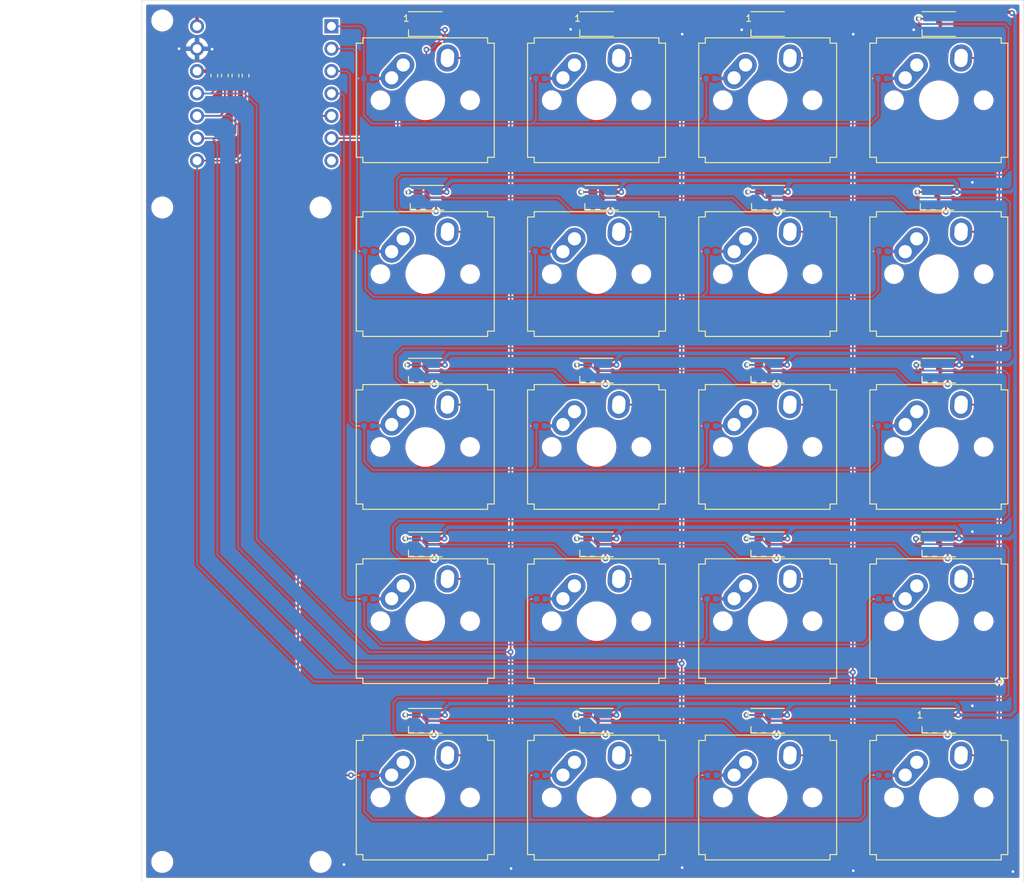
<source format=kicad_pcb>
(kicad_pcb (version 20240108) (generator "pcbnew") (generator_version "8.0")
  (layers (0 "F.Cu" signal) (31 "B.Cu" signal) (34 "B.Paste" user) (35 "F.Paste" user) (36 "B.SilkS" user "B.Silkscreen") (37 "F.SilkS" user "F.Silkscreen") (38 "B.Mask" user) (39 "F.Mask" user) (44 "Edge.Cuts" user))
  (net 0 "")
  (net 1 "+5V")
  (net 2 "GND")
  (net 3 "/LED")
  (net 4 "/Keyboard Matrix/Loop_{1}")
  (net 5 "/Keyboard Matrix/Loop_{2}")
  (net 6 "/Keyboard Matrix/Loop_{3}")
  (net 7 "/Keyboard Matrix/Loop_{4}")
  (net 8 "Net-(D26-DOUT)")
  (net 9 "Net-(D27-DOUT)")
  (net 10 "Net-(D28-DOUT)")
  (net 11 "Net-(D29-DOUT)")
  (net 12 "Net-(D30-DOUT)")
  (net 14 "Net-(D1-A)")
  (net 15 "/D_{10}")
  (net 16 "Net-(D2-A)")
  (net 17 "Net-(D3-A)")
  (net 18 "Net-(D4-A)")
  (net 19 "Net-(D5-A)")
  (net 20 "/D_{9}")
  (net 21 "Net-(D11-A)")
  (net 22 "/D_{8}")
  (net 23 "Net-(D12-A)")
  (net 24 "Net-(D13-A)")
  (net 25 "Net-(D14-A)")
  (net 26 "Net-(D15-A)")
  (net 27 "/D_{7}")
  (net 28 "/D_{2}")
  (net 29 "/D_{1}")
  (net 30 "/D_{0}")
  (net 31 "/D_{4}")
  (net 33 "/D_{3}")
  (net 34 "Net-(D16-DIN)")
  (net 35 "Net-(D17-DIN)")
  (net 36 "Net-(D18-DIN)")
  (net 37 "Net-(D19-DIN)")
  (net 38 "Net-(D10-DOUT)")
  (net 39 "Net-(D16-DOUT)")
  (net 40 "Net-(D17-DOUT)")
  (net 41 "Net-(D18-DOUT)")
  (net 42 "Net-(D19-DOUT)")
  (net 43 "Net-(D20-DOUT)")
  (net 44 "Net-(D21-A)")
  (net 45 "Net-(D22-A)")
  (net 46 "Net-(D23-A)")
  (net 47 "Net-(D24-A)")
  (net 48 "Net-(D25-A)")
  (net 49 "Net-(D31-A)")
  (net 50 "Net-(D32-A)")
  (net 51 "Net-(D33-A)")
  (net 52 "Net-(D34-A)")
  (net 53 "Net-(D35-A)")
  (net 54 "+3.3V")
  (footprint "Resistor_SMD:R_0402_1005Metric" (layer "F.Cu") (at 116.1 67.35 -90)
    (property "Reference" "R3" (hide yes))
    (property "Value" "10k" (hide yes))
  )
  (footprint "LED_SMD:LED_SK6805_PLCC4_2.4x2.7mm_P1.3mm" (layer "F.Cu") (at 137.62 61.5)
    (property "Reference" "D6" (hide yes))
    (property "Value" "SK6805")
  )
  (footprint "PCM_Switch_Keyboard_Hybrid:SW_Hybrid_Cherry_MX_Alps_1.00u" (layer "F.Cu") (at 137.62 70.14)
    (property "Reference" "SW1" (hide yes))
    (property "Value" "SW_SPST")
  )
  (footprint "LED_SMD:LED_SK6805_PLCC4_2.4x2.7mm_P1.3mm" (layer "F.Cu") (at 195.85 100.8)
    (property "Reference" "D38" (hide yes))
    (property "Value" "SK6805")
  )
  (footprint "LED_SMD:LED_SK6805_PLCC4_2.4x2.7mm_P1.3mm" (layer "F.Cu") (at 195.65 81.2)
    (property "Reference" "D37" (hide yes))
    (property "Value" "SK6805")
  )
  (footprint "Resistor_SMD:R_0402_1005Metric" (layer "F.Cu") (at 114.9 67.35 -90)
    (property "Reference" "R2" (hide yes))
    (property "Value" "10k" (hide yes))
  )
  (footprint "PCM_Switch_Keyboard_Hybrid:SW_Hybrid_Cherry_MX_Alps_1.00u" (layer "F.Cu") (at 176.446 89.85)
    (property "Reference" "SW12" (hide yes))
    (property "Value" "SW_SPST")
  )
  (footprint "PCM_Switch_Keyboard_Hybrid:SW_Hybrid_Cherry_MX_Alps_1.00u" (layer "F.Cu") (at 137.62 89.85)
    (property "Reference" "SW2" (hide yes))
    (property "Value" "SW_SPST")
  )
  (footprint "LED_SMD:LED_SK6805_PLCC4_2.4x2.7mm_P1.3mm" (layer "F.Cu") (at 137.62 100.8)
    (property "Reference" "D8" (hide yes))
    (property "Value" "SK6805")
  )
  (footprint "PCM_Switch_Keyboard_Hybrid:SW_Hybrid_Cherry_MX_Alps_1.00u" (layer "F.Cu") (at 176.446 149.2)
    (property "Reference" "SW15" (hide yes))
    (property "Value" "SW_SPST")
  )
  (footprint "PCM_Switch_Keyboard_Hybrid:SW_Hybrid_Cherry_MX_Alps_1.00u" (layer "F.Cu") (at 195.85 129.2)
    (property "Reference" "SW19" (hide yes))
    (property "Value" "SW_SPST")
  )
  (footprint "LED_SMD:LED_SK6805_PLCC4_2.4x2.7mm_P1.3mm" (layer "F.Cu") (at 157.62 81.2)
    (property "Reference" "D17" (hide yes))
    (property "Value" "SK6805")
  )
  (footprint "LED_SMD:LED_SK6805_PLCC4_2.4x2.7mm_P1.3mm" (layer "F.Cu") (at 137.82 81.2)
    (property "Reference" "D7" (hide yes))
    (property "Value" "SK6805")
  )
  (footprint "PCM_Switch_Keyboard_Hybrid:SW_Hybrid_Cherry_MX_Alps_1.00u" (layer "F.Cu") (at 157.042 70.14)
    (property "Reference" "SW6" (hide yes))
    (property "Value" "SW_SPST")
  )
  (footprint "MountingHole:MountingHole_2mm" (layer "F.Cu") (at 107.8 82.3)
    (property "Reference" "H4" (hide yes))
    (property "Value" "Case Mounting Hole")
  )
  (footprint "LED_SMD:LED_SK6805_PLCC4_2.4x2.7mm_P1.3mm" (layer "F.Cu") (at 176.446 140.5)
    (property "Reference" "D30" (hide yes))
    (property "Value" "SK6805")
  )
  (footprint "PCM_Switch_Keyboard_Hybrid:SW_Hybrid_Cherry_MX_Alps_1.00u" (layer "F.Cu") (at 137.62 129.2)
    (property "Reference" "SW4" (hide yes))
    (property "Value" "SW_SPST")
  )
  (footprint "PCM_Switch_Keyboard_Hybrid:SW_Hybrid_Cherry_MX_Alps_1.00u" (layer "F.Cu") (at 157.042 129.2)
    (property "Reference" "SW9" (hide yes))
    (property "Value" "SW_SPST")
  )
  (footprint "PCM_Switch_Keyboard_Hybrid:SW_Hybrid_Cherry_MX_Alps_1.00u" (layer "F.Cu") (at 137.62 149.2)
    (property "Reference" "SW5" (hide yes))
    (property "Value" "SW_SPST")
  )
  (footprint "PCM_Switch_Keyboard_Hybrid:SW_Hybrid_Cherry_MX_Alps_1.00u" (layer "F.Cu") (at 157.042 149.2)
    (property "Reference" "SW10" (hide yes))
    (property "Value" "SW_SPST")
  )
  (footprint "LED_SMD:LED_SK6805_PLCC4_2.4x2.7mm_P1.3mm" (layer "F.Cu") (at 137.62 140.5)
    (property "Reference" "D10" (hide yes))
    (property "Value" "SK6805")
  )
  (footprint "PCM_Switch_Keyboard_Hybrid:SW_Hybrid_Cherry_MX_Alps_1.00u" (layer "F.Cu") (at 176.446 109.45)
    (property "Reference" "SW13" (hide yes))
    (property "Value" "SW_SPST")
  )
  (footprint "MountingHole:MountingHole_2mm" (layer "F.Cu") (at 107.8 156.5)
    (property "Reference" "H2" (hide yes))
    (property "Value" "Case Mounting Hole")
  )
  (footprint "LED_SMD:LED_SK6805_PLCC4_2.4x2.7mm_P1.3mm" (layer "F.Cu") (at 195.85 120.5)
    (property "Reference" "D39" (hide yes))
    (property "Value" "SK6805")
  )
  (footprint "LED_SMD:LED_SK6805_PLCC4_2.4x2.7mm_P1.3mm" (layer "F.Cu") (at 137.62 120.5)
    (property "Reference" "D9" (hide yes))
    (property "Value" "SK6805")
  )
  (footprint "Resistor_SMD:R_0402_1005Metric" (layer "F.Cu") (at 113.7 67.35 -90)
    (property "Reference" "R1" (hide yes))
    (property "Value" "10k" (hide yes))
  )
  (footprint "LED_SMD:LED_SK6805_PLCC4_2.4x2.7mm_P1.3mm" (layer "F.Cu") (at 157.042 140.5)
    (property "Reference" "D20" (hide yes))
    (property "Value" "SK6805")
  )
  (footprint "LED_SMD:LED_SK6805_PLCC4_2.4x2.7mm_P1.3mm" (layer "F.Cu") (at 176.446 120.5)
    (property "Reference" "D29" (hide yes))
    (property "Value" "SK6805")
  )
  (footprint "LED_SMD:LED_SK6805_PLCC4_2.4x2.7mm_P1.3mm" (layer "F.Cu") (at 157.042 100.8)
    (property "Reference" "D18" (hide yes))
    (property "Value" "SK6805")
  )
  (footprint "PCM_Switch_Keyboard_Hybrid:SW_Hybrid_Cherry_MX_Alps_1.00u" (layer "F.Cu") (at 157.042 89.85)
    (property "Reference" "SW7" (hide yes))
    (property "Value" "SW_SPST")
  )
  (footprint "LED_SMD:LED_SK6805_PLCC4_2.4x2.7mm_P1.3mm" (layer "F.Cu") (at 195.85 61.5)
    (property "Reference" "D36" (hide yes))
    (property "Value" "SK6805")
  )
  (footprint "PCM_Switch_Keyboard_Hybrid:SW_Hybrid_Cherry_MX_Alps_1.00u" (layer "F.Cu") (at 176.446 70.14)
    (property "Reference" "SW11" (hide yes))
    (property "Value" "SW_SPST")
  )
  (footprint "LED_SMD:LED_SK6805_PLCC4_2.4x2.7mm_P1.3mm" (layer "F.Cu") (at 157.042 120.5)
    (property "Reference" "D19" (hide yes))
    (property "Value" "SK6805")
  )
  (footprint "PCM_Switch_Keyboard_Hybrid:SW_Hybrid_Cherry_MX_Alps_1.00u" (layer "F.Cu") (at 176.446 129.2)
    (property "Reference" "SW14" (hide yes))
    (property "Value" "SW_SPST")
  )
  (footprint "LED_SMD:LED_SK6805_PLCC4_2.4x2.7mm_P1.3mm" (layer "F.Cu") (at 176.446 61.5)
    (property "Reference" "D26" (hide yes))
    (property "Value" "SK6805")
  )
  (footprint "LED_SMD:LED_SK6805_PLCC4_2.4x2.7mm_P1.3mm" (layer "F.Cu") (at 176.446 100.8)
    (property "Reference" "D28" (hide yes))
    (property "Value" "SK6805")
  )
  (footprint "LED_SMD:LED_SK6805_PLCC4_2.4x2.7mm_P1.3mm" (layer "F.Cu") (at 157.042 61.5)
    (property "Reference" "D16" (hide yes))
    (property "Value" "SK6805")
  )
  (footprint "PCM_Switch_Keyboard_Hybrid:SW_Hybrid_Cherry_MX_Alps_1.00u" (layer "F.Cu") (at 137.62 109.45)
    (property "Reference" "SW3" (hide yes))
    (property "Value" "SW_SPST")
  )
  (footprint "Resistor_SMD:R_0402_1005Metric" (layer "F.Cu") (at 117.25 67.35 -90)
    (property "Reference" "R4" (hide yes))
    (property "Value" "10k" (hide yes))
  )
  (footprint "PCM_Switch_Keyboard_Hybrid:SW_Hybrid_Cherry_MX_Alps_1.00u" (layer "F.Cu") (at 195.85 149.2)
    (property "Reference" "SW20" (hide yes))
    (property "Value" "SW_SPST")
  )
  (footprint "MountingHole:MountingHole_2mm" (layer "F.Cu") (at 125.75 82.3)
    (property "Reference" "H5" (hide yes))
    (property "Value" "Case Mounting Hole")
  )
  (footprint "LED_SMD:LED_SK6805_PLCC4_2.4x2.7mm_P1.3mm" (layer "F.Cu") (at 195.85 140.5)
    (property "Reference" "D40" (hide yes))
    (property "Value" "SK6805")
  )
  (footprint "MountingHole:MountingHole_2mm" (layer "F.Cu") (at 107.8 61.1)
    (property "Reference" "H1" (hide yes))
    (property "Value" "Case Mounting Hole")
  )
  (footprint "PCM_Switch_Keyboard_Hybrid:SW_Hybrid_Cherry_MX_Alps_1.00u" (layer "F.Cu") (at 195.85 109.45)
    (property "Reference" "SW18" (hide yes))
    (property "Value" "SW_SPST")
  )
  (footprint "PCM_Switch_Keyboard_Hybrid:SW_Hybrid_Cherry_MX_Alps_1.00u" (layer "F.Cu") (at 195.85 70.14)
    (property "Reference" "SW16" (hide yes))
    (property "Value" "SW_SPST")
  )
  (footprint "MountingHole:MountingHole_2mm" (layer "F.Cu") (at 125.75 156.5)
    (property "Reference" "H3" (hide yes))
    (property "Value" "Case Mounting Hole")
  )
  (footprint "PCM_Switch_Keyboard_Hybrid:SW_Hybrid_Cherry_MX_Alps_1.00u" (layer "F.Cu") (at 195.85 89.85)
    (property "Reference" "SW17" (hide yes))
    (property "Value" "SW_SPST")
  )
  (footprint "PCM_Switch_Keyboard_Hybrid:SW_Hybrid_Cherry_MX_Alps_1.00u" (layer "F.Cu") (at 157.042 109.45)
    (property "Reference" "SW8" (hide yes))
    (property "Value" "SW_SPST")
  )
  (footprint "LED_SMD:LED_SK6805_PLCC4_2.4x2.7mm_P1.3mm" (layer "F.Cu") (at 176.52 81.2)
    (property "Reference" "D27" (hide yes))
    (property "Value" "SK6805")
  )
  (footprint "Diode_SMD:D_0402_1005Metric" (layer "B.Cu") (at 169.965 67.67)
    (property "Reference" "D21" (hide yes))
    (property "Value" "D" (hide yes))
  )
  (footprint "Diode_SMD:D_0402_1005Metric" (layer "B.Cu") (at 131.165 107.07)
    (property "Reference" "D3" (hide yes))
    (property "Value" "D" (hide yes))
  )
  (footprint "Diode_SMD:D_0402_1005Metric" (layer "B.Cu") (at 189.45 67.67)
    (property "Reference" "D31" (hide yes))
    (property "Value" "D" (hide yes))
  )
  (footprint "Diode_SMD:D_0402_1005Metric" (layer "B.Cu") (at 170.135 146.67)
    (property "Reference" "D25" (hide yes))
    (property "Value" "D" (hide yes))
  )
  (footprint "Diode_SMD:D_0402_1005Metric" (layer "B.Cu") (at 170.05 107.07)
    (property "Reference" "D23" (hide yes))
    (property "Value" "D" (hide yes))
  )
  (footprint "Diode_SMD:D_0402_1005Metric" (layer "B.Cu") (at 131.135 67.67)
    (property "Reference" "D1" (hide yes))
    (property "Value" "D" (hide yes))
  )
  (footprint "Diode_SMD:D_0402_1005Metric" (layer "B.Cu") (at 189.535 126.67)
    (property "Reference" "D34" (hide yes))
    (property "Value" "D" (hide yes))
  )
  (footprint "Diode_SMD:D_0402_1005Metric" (layer "B.Cu") (at 131.25 126.67)
    (property "Reference" "D4" (hide yes))
    (property "Value" "D" (hide yes))
  )
  (footprint "Diode_SMD:D_0402_1005Metric" (layer "B.Cu") (at 189.45 107.07)
    (property "Reference" "D33" (hide yes))
    (property "Value" "D" (hide yes))
  )
  (footprint "Diode_SMD:D_0402_1005Metric" (layer "B.Cu") (at 150.735 126.67)
    (property "Reference" "D14" (hide yes))
    (property "Value" "D" (hide yes))
  )
  (footprint "Diode_SMD:D_0402_1005Metric" (layer "B.Cu") (at 131.25 87.27)
    (property "Reference" "D2" (hide yes))
    (property "Value" "D" (hide yes))
  )
  (footprint "Diode_SMD:D_0402_1005Metric" (layer "B.Cu") (at 150.565 87.27)
    (property "Reference" "D12" (hide yes))
    (property "Value" "D" (hide yes))
  )
  (footprint "Diode_SMD:D_0402_1005Metric" (layer "B.Cu") (at 131.135 146.67)
    (property "Reference" "D5" (hide yes))
    (property "Value" "D" (hide yes))
  )
  (footprint "Diode_SMD:D_0402_1005Metric" (layer "B.Cu") (at 189.535 146.67)
    (property "Reference" "D35" (hide yes))
    (property "Value" "D" (hide yes))
  )
  (footprint "Diode_SMD:D_0402_1005Metric" (layer "B.Cu") (at 150.735 146.67)
    (property "Reference" "D15" (hide yes))
    (property "Value" "D" (hide yes))
  )
  (footprint "Diode_SMD:D_0402_1005Metric" (layer "B.Cu") (at 170.05 87.27)
    (property "Reference" "D22" (hide yes))
    (property "Value" "D" (hide yes))
  )
  (footprint "Diode_SMD:D_0402_1005Metric" (layer "B.Cu") (at 150.65 67.67)
    (property "Reference" "D11" (hide yes))
    (property "Value" "D" (hide yes))
  )
  (footprint "Module:XIAO 14P RP2040" (layer "B.Cu") (at 119.3635 69.37263 90)
    (property "Reference" "U1" (hide yes))
    (property "Value" "Seeed Studio XIAO 14P")
  )
  (footprint "Diode_SMD:D_0402_1005Metric" (layer "B.Cu") (at 189.535 87.27)
    (property "Reference" "D32" (hide yes))
    (property "Value" "D" (hide yes))
  )
  (footprint "Diode_SMD:D_0402_1005Metric" (layer "B.Cu") (at 170.05 126.67)
    (property "Reference" "D24" (hide yes))
    (property "Value" "D" (hide yes))
  )
  (footprint "Diode_SMD:D_0402_1005Metric" (layer "B.Cu") (at 150.65 107.07)
    (property "Reference" "D13" (hide yes))
    (property "Value" "D" (hide yes))
  )
  (gr_rect (start 105.485 58.8) (end 205.485 158.8) (stroke (width 0.05)) (fill none) (layer "Edge.Cuts"))
  (segment (start 177.446 60.196) (end 177.446 60.85) (width 0.4) (layer "F.Cu") (net 1))
  (segment (start 159.3 139.85) (end 158.1 139.85) (width 0.4) (layer "F.Cu") (net 1))
  (segment (start 138.55 60.15) (end 138.62 60.22) (width 0.4) (layer "F.Cu") (net 1))
  (segment (start 197.9 80.55) (end 196.7 80.55) (width 0.4) (layer "F.Cu") (net 1))
  (segment (start 111.7435 60.3065) (end 111.7435 61.75263) (width 0.4) (layer "F.Cu") (net 1))
  (segment (start 158 60.15) (end 158.042 60.192) (width 0.4) (layer "F.Cu") (net 1))
  (segment (start 159.3 100.15) (end 158.1 100.15) (width 0.4) (layer "F.Cu") (net 1))
  (segment (start 139.85 100.15) (end 138.65 100.15) (width 0.4) (layer "F.Cu") (net 1))
  (segment (start 138.9 60.15) (end 138.55 60.15) (width 0.4) (layer "F.Cu") (net 1))
  (segment (start 204.15 60.25) (end 204.05 60.15) (width 0.4) (layer "F.Cu") (net 1))
  (segment (start 158.3 60.15) (end 138.9 60.15) (width 0.4) (layer "F.Cu") (net 1))
  (segment (start 178.75 80.55) (end 177.55 80.55) (width 0.4) (layer "F.Cu") (net 1))
  (segment (start 198.15 100.15) (end 196.95 100.15) (width 0.4) (layer "F.Cu") (net 1))
  (segment (start 158.042 60.192) (end 158.042 60.85) (width 0.4) (layer "F.Cu") (net 1))
  (segment (start 140.05 80.55) (end 138.85 80.55) (width 0.4) (layer "F.Cu") (net 1))
  (segment (start 158.3 60.15) (end 158 60.15) (width 0.4) (layer "F.Cu") (net 1))
  (segment (start 177.7 60.15) (end 177.4 60.15) (width 0.4) (layer "F.Cu") (net 1))
  (segment (start 204.05 60.15) (end 196.85 60.15) (width 0.4) (layer "F.Cu") (net 1))
  (segment (start 178.7 119.85) (end 177.5 119.85) (width 0.4) (layer "F.Cu") (net 1))
  (segment (start 196.85 60.15) (end 196.85 60.85) (width 0.4) (layer "F.Cu") (net 1))
  (segment (start 177.7 60.15) (end 158.3 60.15) (width 0.4) (layer "F.Cu") (net 1))
  (segment (start 178.65 100.15) (end 177.45 100.15) (width 0.4) (layer "F.Cu") (net 1))
  (segment (start 177.4 60.15) (end 177.446 60.196) (width 0.4) (layer "F.Cu") (net 1))
  (segment (start 111.9 60.15) (end 111.7435 60.3065) (width 0.4) (layer "F.Cu") (net 1))
  (segment (start 198.15 119.85) (end 196.95 119.85) (width 0.4) (layer "F.Cu") (net 1))
  (segment (start 178.65 139.85) (end 177.45 139.85) (width 0.4) (layer "F.Cu") (net 1))
  (segment (start 139.8 119.85) (end 138.6 119.85) (width 0.4) (layer "F.Cu") (net 1))
  (segment (start 198.05 139.85) (end 196.85 139.85) (width 0.4) (layer "F.Cu") (net 1))
  (segment (start 159.85 80.55) (end 158.65 80.55) (width 0.4) (layer "F.Cu") (net 1))
  (segment (start 138.62 60.22) (end 138.62 60.85) (width 0.4) (layer "F.Cu") (net 1))
  (segment (start 138.9 60.15) (end 111.9 60.15) (width 0.4) (layer "F.Cu") (net 1))
  (segment (start 159.3 119.85) (end 158.1 119.85) (width 0.4) (layer "F.Cu") (net 1))
  (segment (start 196.85 60.15) (end 177.7 60.15) (width 0.4) (layer "F.Cu") (net 1))
  (segment (start 139.85 139.85) (end 138.65 139.85) (width 0.4) (layer "F.Cu") (net 1))
  (via (at 139.85 100.15) (size 0.66) (drill 0.3) (layers "F.Cu" "B.Cu") (net 1))
  (via (at 139.85 139.85) (size 0.66) (drill 0.3) (layers "F.Cu" "B.Cu") (net 1))
  (via (at 178.7 119.85) (size 0.66) (drill 0.3) (layers "F.Cu" "B.Cu") (net 1))
  (via (at 140.05 80.55) (size 0.66) (drill 0.3) (layers "F.Cu" "B.Cu") (net 1))
  (via (at 159.3 100.15) (size 0.66) (drill 0.3) (layers "F.Cu" "B.Cu") (net 1))
  (via (at 197.9 80.55) (size 0.66) (drill 0.3) (layers "F.Cu" "B.Cu") (net 1))
  (via (at 159.85 80.55) (size 0.66) (drill 0.3) (layers "F.Cu" "B.Cu") (net 1))
  (via (at 204.15 60.25) (size 0.66) (drill 0.3) (layers "F.Cu" "B.Cu") (net 1))
  (via (at 198.15 100.15) (size 0.66) (drill 0.3) (layers "F.Cu" "B.Cu") (net 1))
  (via (at 139.8 119.85) (size 0.66) (drill 0.3) (layers "F.Cu" "B.Cu") (net 1))
  (via (at 198.05 139.85) (size 0.66) (drill 0.3) (layers "F.Cu" "B.Cu") (net 1))
  (via (at 159.3 119.85) (size 0.66) (drill 0.3) (layers "F.Cu" "B.Cu") (net 1))
  (via (at 178.65 139.85) (size 0.66) (drill 0.3) (layers "F.Cu" "B.Cu") (net 1))
  (via (at 178.75 80.55) (size 0.66) (drill 0.3) (layers "F.Cu" "B.Cu") (net 1))
  (via (at 159.3 139.85) (size 0.66) (drill 0.3) (layers "F.Cu" "B.Cu") (net 1))
  (via (at 198.15 119.85) (size 0.66) (drill 0.3) (layers "F.Cu" "B.Cu") (net 1))
  (via (at 178.65 100.15) (size 0.66) (drill 0.3) (layers "F.Cu" "B.Cu") (net 1))
  (segment (start 139.85 99.35) (end 139.85 100.15) (width 0.4) (layer "B.Cu") (net 1))
  (segment (start 198.075 139.85) (end 204 139.85) (width 0.4) (layer "B.Cu") (net 1))
  (segment (start 140.2 118.55) (end 139.8 118.95) (width 0.4) (layer "B.Cu") (net 1))
  (segment (start 197.675 138.55) (end 198.075 138.95) (width 0.4) (layer "B.Cu") (net 1))
  (segment (start 160.45 79.25) (end 140.6 79.25) (width 0.4) (layer "B.Cu") (net 1))
  (segment (start 204.15 60.25) (end 204.5 60.6) (width 0.4) (layer "B.Cu") (net 1))
  (segment (start 139.85 139.1) (end 139.85 139.85) (width 0.4) (layer "B.Cu") (net 1))
  (segment (start 159.3 119.35) (end 160.1 118.55) (width 0.4) (layer "B.Cu") (net 1))
  (segment (start 159.3 99.5) (end 159.95 98.85) (width 0.4) (layer "B.Cu") (net 1))
  (segment (start 198.175 100.15) (end 203.85 100.15) (width 0.4) (layer "B.Cu") (net 1))
  (segment (start 159.85 79.85) (end 160.45 79.25) (width 0.4) (layer "B.Cu") (net 1))
  (segment (start 179.525 98.85) (end 197.775 98.85) (width 0.4) (layer "B.Cu") (net 1))
  (segment (start 159.95 98.85) (end 160.725 98.85) (width 0.4) (layer "B.Cu") (net 1))
  (segment (start 198.125 119.85) (end 203.9 119.85) (width 0.4) (layer "B.Cu") (net 1))
  (segment (start 204.5 60.6) (end 204.5 80) (width 0.4) (layer "B.Cu") (net 1))
  (segment (start 179.475 118.55) (end 160.675 118.55) (width 0.4) (layer "B.Cu") (net 1))
  (segment (start 179.35 138.55) (end 179.425 138.55) (width 0.4) (layer "B.Cu") (net 1))
  (segment (start 160.675 118.55) (end 140.2 118.55) (width 0.4) (layer "B.Cu") (net 1))
  (segment (start 179.425 138.55) (end 160.625 138.55) (width 0.4) (layer "B.Cu") (net 1))
  (segment (start 197.5 79.25) (end 179.25 79.25) (width 0.4) (layer "B.Cu") (net 1))
  (segment (start 159.3 139.85) (end 159.3 139.25) (width 0.4) (layer "B.Cu") (net 1))
  (segment (start 178.65 139.25) (end 179.35 138.55) (width 0.4) (layer "B.Cu") (net 1))
  (segment (start 203.9 119.85) (end 204.5 119.25) (width 0.4) (layer "B.Cu") (net 1))
  (segment (start 160.1 118.55) (end 160.675 118.55) (width 0.4) (layer "B.Cu") (net 1))
  (segment (start 178.65 100.15) (end 178.65 99.725) (width 0.4) (layer "B.Cu") (net 1))
  (segment (start 198.125 118.95) (end 198.125 119.85) (width 0.4) (layer "B.Cu") (net 1))
  (segment (start 198.175 99.25) (end 198.175 100.15) (width 0.4) (layer "B.Cu") (net 1))
  (segment (start 159.85 80.55) (end 159.85 79.85) (width 0.4) (layer "B.Cu") (net 1))
  (segment (start 197.9 79.65) (end 197.5 79.25) (width 0.4) (layer "B.Cu") (net 1))
  (segment (start 140.35 98.85) (end 139.85 99.35) (width 0.4) (layer "B.Cu") (net 1))
  (segment (start 160.625 138.55) (end 140.4 138.55) (width 0.4) (layer "B.Cu") (net 1))
  (segment (start 179.525 98.85) (end 160.725 98.85) (width 0.4) (layer "B.Cu") (net 1))
  (segment (start 178.75 79.75) (end 179.25 79.25) (width 0.4) (layer "B.Cu") (net 1))
  (segment (start 179.425 138.55) (end 197.675 138.55) (width 0.4) (layer "B.Cu") (net 1))
  (segment (start 178.65 99.725) (end 179.525 98.85) (width 0.4) (layer "B.Cu") (net 1))
  (segment (start 178.7 119.325) (end 179.475 118.55) (width 0.4) (layer "B.Cu") (net 1))
  (segment (start 197.775 98.85) (end 198.175 99.25) (width 0.4) (layer "B.Cu") (net 1))
  (segment (start 178.75 80.55) (end 178.75 79.75) (width 0.4) (layer "B.Cu") (net 1))
  (segment (start 159.3 139.25) (end 160 138.55) (width 0.4) (layer "B.Cu") (net 1))
  (segment (start 139.8 118.95) (end 139.8 119.85) (width 0.4) (layer "B.Cu") (net 1))
  (segment (start 203.85 100.15) (end 204.5 99.5) (width 0.4) (layer "B.Cu") (net 1))
  (segment (start 204 139.85) (end 204.5 139.35) (width 0.4) (layer "B.Cu") (net 1))
  (segment (start 140.4 138.55) (end 139.85 139.1) (width 0.4) (layer "B.Cu") (net 1))
  (segment (start 198.075 138.95) (end 198.075 139.85) (width 0.4) (layer "B.Cu") (net 1))
  (segment (start 160.725 98.85) (end 140.35 98.85) (width 0.4) (layer "B.Cu") (net 1))
  (segment (start 178.65 139.85) (end 178.65 139.25) (width 0.4) (layer "B.Cu") (net 1))
  (segment (start 197.9 80.55) (end 197.9 79.65) (width 0.4) (layer "B.Cu") (net 1))
  (segment (start 160 138.55) (end 160.625 138.55) (width 0.4) (layer "B.Cu") (net 1))
  (segment (start 203.95 80.55) (end 204.5 80) (width 0.4) (layer "B.Cu") (net 1))
  (segment (start 178.7 119.85) (end 178.7 119.325) (width 0.4) (layer "B.Cu") (net 1))
  (segment (start 159.3 119.85) (end 159.3 119.35) (width 0.4) (layer "B.Cu") (net 1))
  (segment (start 179.25 79.25) (end 160.45 79.25) (width 0.4) (layer "B.Cu") (net 1))
  (segment (start 179.475 118.55) (end 197.725 118.55) (width 0.4) (layer "B.Cu") (net 1))
  (segment (start 140.6 79.25) (end 140.05 79.8) (width 0.4) (layer "B.Cu") (net 1))
  (segment (start 140.05 79.8) (end 140.05 80.55) (width 0.4) (layer "B.Cu") (net 1))
  (segment (start 204.5 139.35) (end 204.5 80) (width 0.4) (layer "B.Cu") (net 1))
  (segment (start 159.3 100.15) (end 159.3 99.5) (width 0.4) (layer "B.Cu") (net 1))
  (segment (start 197.9 80.55) (end 203.95 80.55) (width 0.4) (layer "B.Cu") (net 1))
  (segment (start 197.725 118.55) (end 198.125 118.95) (width 0.4) (layer "B.Cu") (net 1))
  (via (at 128.4 156.8) (size 0.66) (drill 0.3) (layers "F.Cu" "B.Cu") (net 2))
  (via (at 199.65 138.8) (size 0.66) (drill 0.3) (layers "F.Cu" "B.Cu") (net 2))
  (via (at 186.15 157.5) (size 0.66) (drill 0.3) (layers "F.Cu" "B.Cu") (net 2))
  (via (at 154.1 62.1) (size 0.66) (drill 0.3) (layers "F.Cu" "B.Cu") (net 2))
  (via (at 166.75 157.15) (size 0.66) (drill 0.3) (layers "F.Cu" "B.Cu") (net 2))
  (via (at 166.75 62.65) (size 0.66) (drill 0.3) (layers "F.Cu" "B.Cu") (net 2))
  (via (at 199.65 79.45) (size 0.66) (drill 0.3) (layers "F.Cu" "B.Cu") (net 2))
  (via (at 204.25 157.6) (size 0.66) (drill 0.3) (layers "F.Cu" "B.Cu") (net 2))
  (via (at 109.7 64.3) (size 0.66) (drill 0.3) (layers "F.Cu" "B.Cu") (net 2))
  (via (at 113.45 64.35) (size 0.66) (drill 0.3) (layers "F.Cu" "B.Cu") (net 2))
  (via (at 199.65 119.05) (size 0.66) (drill 0.3) (layers "F.Cu" "B.Cu") (net 2))
  (via (at 147.35 157.25) (size 0.66) (drill 0.3) (layers "F.Cu" "B.Cu") (net 2))
  (via (at 173.5 62.15) (size 0.66) (drill 0.3) (layers "F.Cu" "B.Cu") (net 2))
  (via (at 186.15 62.65) (size 0.66) (drill 0.3) (layers "F.Cu" "B.Cu") (net 2))
  (via (at 193 62.15) (size 0.66) (drill 0.3) (layers "F.Cu" "B.Cu") (net 2))
  (via (at 199.65 99.2) (size 0.66) (drill 0.3) (layers "F.Cu" "B.Cu") (net 2))
  (segment (start 134.5 73.95) (end 133.99737 74.45263) (width 0.2) (layer "F.Cu") (net 3))
  (segment (start 134.5 69.5) (end 134.5 73.95) (width 0.2) (layer "F.Cu") (net 3))
  (segment (start 137.75 64.4) (end 137.75 66.25) (width 0.2) (layer "F.Cu") (net 3))
  (segment (start 133.99737 74.45263) (end 126.9835 74.45263) (width 0.2) (layer "F.Cu") (net 3))
  (segment (start 137.75 66.25) (end 134.5 69.5) (width 0.2) (layer "F.Cu") (net 3))
  (segment (start 137.75 64.4) (end 137.75 64.35) (width 0.2) (layer "F.Cu") (net 3))
  (segment (start 139.85 62.15) (end 138.62 62.15) (width 0.2) (layer "F.Cu") (net 3))
  (via (at 139.85 62.15) (size 0.66) (drill 0.3) (layers "F.Cu" "B.Cu") (net 3))
  (via (at 137.75 64.4) (size 0.66) (drill 0.3) (layers "F.Cu" "B.Cu") (net 3))
  (segment (start 138.25 64.4) (end 137.75 64.4) (width 0.2) (layer "B.Cu") (net 3))
  (segment (start 139.85 62.8) (end 138.25 64.4) (width 0.2) (layer "B.Cu") (net 3))
  (segment (start 139.85 62.15) (end 139.85 62.8) (width 0.2) (layer "B.Cu") (net 3))
  (segment (start 193.565 60.9) (end 194.835 60.9) (width 0.2) (layer "F.Cu") (net 4))
  (segment (start 138.85 82.75) (end 138.85 81.83) (width 0.2) (layer "F.Cu") (net 4))
  (via (at 193.565 60.9) (size 0.66) (drill 0.3) (layers "F.Cu" "B.Cu") (net 4))
  (via (at 138.85 82.75) (size 0.66) (drill 0.3) (layers "F.Cu" "B.Cu") (net 4))
  (segment (start 203.3 61.5) (end 203.75 61.95) (width 0.2) (layer "B.Cu") (net 4))
  (segment (start 203.75 77.85) (end 203 78.6) (width 0.2) (layer "B.Cu") (net 4))
  (segment (start 203.75 61.95) (end 203.75 77.85) (width 0.2) (layer "B.Cu") (net 4))
  (segment (start 193.565 61.315) (end 193.75 61.5) (width 0.2) (layer "B.Cu") (net 4))
  (segment (start 134.9 82.75) (end 138.85 82.75) (width 0.2) (layer "B.Cu") (net 4))
  (segment (start 134.4 79.1) (end 134.4 82.25) (width 0.2) (layer "B.Cu") (net 4))
  (segment (start 193.75 61.5) (end 203.3 61.5) (width 0.2) (layer "B.Cu") (net 4))
  (segment (start 134.9 78.6) (end 134.4 79.1) (width 0.2) (layer "B.Cu") (net 4))
  (segment (start 193.565 60.9) (end 193.565 61.315) (width 0.2) (layer "B.Cu") (net 4))
  (segment (start 134.4 82.25) (end 134.9 82.75) (width 0.2) (layer "B.Cu") (net 4))
  (segment (start 203 78.6) (end 134.9 78.6) (width 0.2) (layer "B.Cu") (net 4))
  (segment (start 138.65 102.35) (end 138.65 101.43) (width 0.2) (layer "F.Cu") (net 5))
  (segment (start 193.415 80.55) (end 194.685 80.55) (width 0.2) (layer "F.Cu") (net 5))
  (via (at 138.65 102.35) (size 0.66) (drill 0.3) (layers "F.Cu" "B.Cu") (net 5))
  (via (at 193.415 80.55) (size 0.66) (drill 0.3) (layers "F.Cu" "B.Cu") (net 5))
  (segment (start 193.59 81.19) (end 203.39 81.19) (width 0.2) (layer "B.Cu") (net 5))
  (segment (start 193.415 80.55) (end 193.415 81.015) (width 0.2) (layer "B.Cu") (net 5))
  (segment (start 203.91 81.71) (end 203.91 97.94) (width 0.2) (layer "B.Cu") (net 5))
  (segment (start 135.15 98.25) (end 134.3 99.1) (width 0.2) (layer "B.Cu") (net 5))
  (segment (start 193.415 81.015) (end 193.59 81.19) (width 0.2) (layer "B.Cu") (net 5))
  (segment (start 134.3 101.55) (end 135.1 102.35) (width 0.2) (layer "B.Cu") (net 5))
  (segment (start 203.39 81.19) (end 203.91 81.71) (width 0.2) (layer "B.Cu") (net 5))
  (segment (start 203.6 98.25) (end 135.15 98.25) (width 0.2) (layer "B.Cu") (net 5))
  (segment (start 203.91 97.94) (end 203.6 98.25) (width 0.2) (layer "B.Cu") (net 5))
  (segment (start 135.1 102.35) (end 138.65 102.35) (width 0.2) (layer "B.Cu") (net 5))
  (segment (start 134.3 99.1) (end 134.3 101.55) (width 0.2) (layer "B.Cu") (net 5))
  (segment (start 193.3 100.15) (end 194.57 100.15) (width 0.2) (layer "F.Cu") (net 6))
  (segment (start 138.65 122.1) (end 138.65 121.18) (width 0.2) (layer "F.Cu") (net 6))
  (via (at 138.65 122.1) (size 0.66) (drill 0.3) (layers "F.Cu" "B.Cu") (net 6))
  (via (at 193.3 100.15) (size 0.66) (drill 0.3) (layers "F.Cu" "B.Cu") (net 6))
  (segment (start 193.31 100.66) (end 193.44 100.79) (width 0.2) (layer "B.Cu") (net 6))
  (segment (start 203.81 101.31) (end 203.81 117.14) (width 0.2) (layer "B.Cu") (net 6))
  (segment (start 133.95 118.5) (end 133.95 121.2) (width 0.2) (layer "B.Cu") (net 6))
  (segment (start 193.44 100.79) (end 203.29 100.79) (width 0.2) (layer "B.Cu") (net 6))
  (segment (start 134.6 117.85) (end 133.95 118.5) (width 0.2) (layer "B.Cu") (net 6))
  (segment (start 134.85 122.1) (end 138.65 122.1) (width 0.2) (layer "B.Cu") (net 6))
  (segment (start 203.1 117.85) (end 134.6 117.85) (width 0.2) (layer "B.Cu") (net 6))
  (segment (start 193.31 100.16) (end 193.31 100.66) (width 0.2) (layer "B.Cu") (net 6))
  (segment (start 133.95 121.2) (end 134.85 122.1) (width 0.2) (layer "B.Cu") (net 6))
  (segment (start 203.29 100.79) (end 203.81 101.31) (width 0.2) (layer "B.Cu") (net 6))
  (segment (start 203.81 117.14) (end 203.1 117.85) (width 0.2) (layer "B.Cu") (net 6))
  (segment (start 138.6 142.1) (end 138.6 141.18) (width 0.2) (layer "F.Cu") (net 7))
  (segment (start 193.25 119.85) (end 194.52 119.85) (width 0.2) (layer "F.Cu") (net 7))
  (via (at 138.6 142.1) (size 0.66) (drill 0.3) (layers "F.Cu" "B.Cu") (net 7))
  (via (at 193.25 119.85) (size 0.66) (drill 0.3) (layers "F.Cu" "B.Cu") (net 7))
  (segment (start 203.23 120.48) (end 203.75 121) (width 0.2) (layer "B.Cu") (net 7))
  (segment (start 193.25 120.3) (end 193.43 120.48) (width 0.2) (layer "B.Cu") (net 7))
  (segment (start 203.75 137.5) (end 203.3 137.95) (width 0.2) (layer "B.Cu") (net 7))
  (segment (start 134.4 142.1) (end 138.6 142.1) (width 0.2) (layer "B.Cu") (net 7))
  (segment (start 203.3 137.95) (end 134.5 137.95) (width 0.2) (layer "B.Cu") (net 7))
  (segment (start 193.25 119.85) (end 193.25 120.3) (width 0.2) (layer "B.Cu") (net 7))
  (segment (start 134 138.45) (end 134 141.7) (width 0.2) (layer "B.Cu") (net 7))
  (segment (start 193.43 120.48) (end 203.23 120.48) (width 0.2) (layer "B.Cu") (net 7))
  (segment (start 134 141.7) (end 134.4 142.1) (width 0.2) (layer "B.Cu") (net 7))
  (segment (start 203.75 121) (end 203.75 137.5) (width 0.2) (layer "B.Cu") (net 7))
  (segment (start 134.5 137.95) (end 134 138.45) (width 0.2) (layer "B.Cu") (net 7))
  (segment (start 196.85 62.204) (end 196.825 62.179) (width 0.2) (layer "F.Cu") (net 8))
  (segment (start 175.421 61.271) (end 175.679 61.529) (width 0.2) (layer "F.Cu") (net 8))
  (segment (start 175.421 60.879) (end 175.421 61.271) (width 0.2) (layer "F.Cu") (net 8))
  (segment (start 192.029 63.329) (end 196.529 63.329) (width 0.2) (layer "F.Cu") (net 8))
  (segment (start 196.529 63.329) (end 196.85 63.008) (width 0.2) (layer "F.Cu") (net 8))
  (segment (start 190.229 61.529) (end 192.029 63.329) (width 0.2) (layer "F.Cu") (net 8))
  (segment (start 196.85 63.008) (end 196.85 62.204) (width 0.2) (layer "F.Cu") (net 8))
  (segment (start 175.679 61.529) (end 190.229 61.529) (width 0.2) (layer "F.Cu") (net 8))
  (segment (start 196.65 82.8) (end 196.65 81.88) (width 0.2) (layer "F.Cu") (net 9))
  (segment (start 174.215 80.55) (end 175.485 80.55) (width 0.2) (layer "F.Cu") (net 9))
  (via (at 196.65 82.8) (size 0.66) (drill 0.3) (layers "F.Cu" "B.Cu") (net 9))
  (via (at 174.215 80.55) (size 0.66) (drill 0.3) (layers "F.Cu" "B.Cu") (net 9))
  (segment (start 192.275 82.8) (end 196.65 82.8) (width 0.2) (layer "B.Cu") (net 9))
  (segment (start 190.705 81.23) (end 192.275 82.8) (width 0.2) (layer "B.Cu") (net 9))
  (segment (start 174.215 80.55) (end 175.515955 80.55) (width 0.2) (layer "B.Cu") (net 9))
  (segment (start 176.195955 81.23) (end 190.705 81.23) (width 0.2) (layer "B.Cu") (net 9))
  (segment (start 175.515955 80.55) (end 176.195955 81.23) (width 0.2) (layer "B.Cu") (net 9))
  (segment (start 174.1 100.15) (end 175.37 100.15) (width 0.2) (layer "F.Cu") (net 10))
  (segment (start 196.85 102.35) (end 196.85 101.43) (width 0.2) (layer "F.Cu") (net 10))
  (via (at 196.85 102.35) (size 0.66) (drill 0.3) (layers "F.Cu" "B.Cu") (net 10))
  (via (at 174.1 100.15) (size 0.66) (drill 0.3) (layers "F.Cu" "B.Cu") (net 10))
  (segment (start 192.525 102.35) (end 196.875 102.35) (width 0.2) (layer "B.Cu") (net 10))
  (segment (start 176.445955 100.78) (end 190.955 100.78) (width 0.2) (layer "B.Cu") (net 10))
  (segment (start 175.815955 100.15) (end 176.445955 100.78) (width 0.2) (layer "B.Cu") (net 10))
  (segment (start 174.1 100.15) (end 175.815955 100.15) (width 0.2) (layer "B.Cu") (net 10))
  (segment (start 190.955 100.78) (end 192.525 102.35) (width 0.2) (layer "B.Cu") (net 10))
  (segment (start 196.85 122.1) (end 196.85 121.18) (width 0.2) (layer "F.Cu") (net 11))
  (segment (start 174.05 119.85) (end 175.32 119.85) (width 0.2) (layer "F.Cu") (net 11))
  (via (at 196.85 122.1) (size 0.66) (drill 0.3) (layers "F.Cu" "B.Cu") (net 11))
  (via (at 174.05 119.85) (size 0.66) (drill 0.3) (layers "F.Cu" "B.Cu") (net 11))
  (segment (start 175.715955 119.85) (end 176.395955 120.53) (width 0.2) (layer "B.Cu") (net 11))
  (segment (start 192.475 122.1) (end 196.825 122.1) (width 0.2) (layer "B.Cu") (net 11))
  (segment (start 190.905 120.53) (end 192.475 122.1) (width 0.2) (layer "B.Cu") (net 11))
  (segment (start 174.05 119.85) (end 175.715955 119.85) (width 0.2) (layer "B.Cu") (net 11))
  (segment (start 176.395955 120.53) (end 190.905 120.53) (width 0.2) (layer "B.Cu") (net 11))
  (segment (start 196.85 142.1) (end 196.85 141.18) (width 0.2) (layer "F.Cu") (net 12))
  (segment (start 174.05 139.85) (end 175.32 139.85) (width 0.2) (layer "F.Cu") (net 12))
  (via (at 174.05 139.85) (size 0.66) (drill 0.3) (layers "F.Cu" "B.Cu") (net 12))
  (via (at 196.85 142.1) (size 0.66) (drill 0.3) (layers "F.Cu" "B.Cu") (net 12))
  (segment (start 190.955 140.53) (end 192.525 142.1) (width 0.2) (layer "B.Cu") (net 12))
  (segment (start 174.05 139.85) (end 175.765955 139.85) (width 0.2) (layer "B.Cu") (net 12))
  (segment (start 175.765955 139.85) (end 176.445955 140.53) (width 0.2) (layer "B.Cu") (net 12))
  (segment (start 192.525 142.1) (end 196.875 142.1) (width 0.2) (layer "B.Cu") (net 12))
  (segment (start 176.445955 140.53) (end 190.955 140.53) (width 0.2) (layer "B.Cu") (net 12))
  (segment (start 131.62 67.67) (end 133.74 67.67) (width 0.4) (layer "B.Cu") (net 14))
  (segment (start 133.74 67.67) (end 133.81 67.6) (width 0.4) (layer "B.Cu") (net 14))
  (segment (start 146.39 144.41) (end 140.14 144.41) (width 0.2) (layer "F.Cu") (net 15))
  (segment (start 113.32737 69.37263) (end 111.7435 69.37263) (width 0.2) (layer "F.Cu") (net 15))
  (segment (start 140.14 104.66) (end 146.46 104.66) (width 0.2) (layer "F.Cu") (net 15))
  (segment (start 146.56 85.06) (end 147.3 85.8) (width 0.2) (layer "F.Cu") (net 15))
  (segment (start 147.3 143.5) (end 146.39 144.41) (width 0.2) (layer "F.Cu") (net 15))
  (segment (start 113.7 67.86) (end 113.7 69) (width 0.2) (layer "F.Cu") (net 15))
  (segment (start 140.14 65.35) (end 146.35 65.35) (width 0.2) (layer "F.Cu") (net 15))
  (segment (start 140.14 85.06) (end 146.56 85.06) (width 0.2) (layer "F.Cu") (net 15))
  (segment (start 147.3 85.8) (end 147.3 105.5) (width 0.2) (layer "F.Cu") (net 15))
  (segment (start 146.35 65.35) (end 147.3 66.3) (width 0.2) (layer "F.Cu") (net 15))
  (segment (start 146.46 104.66) (end 147.3 105.5) (width 0.2) (layer "F.Cu") (net 15))
  (segment (start 147.3 125.5) (end 147.3 132.7) (width 0.2) (layer "F.Cu") (net 15))
  (segment (start 113.7 69) (end 113.32737 69.37263) (width 0.2) (layer "F.Cu") (net 15))
  (segment (start 147.3 66.3) (end 147.3 85.8) (width 0.2) (layer "F.Cu") (net 15))
  (segment (start 147.3 105.5) (end 147.3 125.5) (width 0.2) (layer "F.Cu") (net 15))
  (segment (start 140.14 124.41) (end 146.21 124.41) (width 0.2) (layer "F.Cu") (net 15))
  (segment (start 146.21 124.41) (end 147.3 125.5) (width 0.2) (layer "F.Cu") (net 15))
  (segment (start 147.3 132.7) (end 147.3 143.5) (width 0.2) (layer "F.Cu") (net 15))
  (via (at 147.3 132.7) (size 0.66) (drill 0.3) (layers "F.Cu" "B.Cu") (net 15))
  (segment (start 131.25 132.7) (end 118.5 119.95) (width 0.2) (layer "B.Cu") (net 15))
  (segment (start 118.5 70.75) (end 117.12263 69.37263) (width 0.2) (layer "B.Cu") (net 15))
  (segment (start 147.3 132.7) (end 131.25 132.7) (width 0.2) (layer "B.Cu") (net 15))
  (segment (start 117.12263 69.37263) (end 111.7435 69.37263) (width 0.2) (layer "B.Cu") (net 15))
  (segment (start 118.5 119.95) (end 118.5 70.75) (width 0.2) (layer "B.Cu") (net 15))
  (segment (start 133.77 87.27) (end 133.81 87.31) (width 0.4) (layer "B.Cu") (net 16))
  (segment (start 131.735 87.27) (end 133.77 87.27) (width 0.4) (layer "B.Cu") (net 16))
  (segment (start 131.65 107.07) (end 133.65 107.07) (width 0.4) (layer "B.Cu") (net 17))
  (segment (start 133.65 107.07) (end 133.81 106.91) (width 0.4) (layer "B.Cu") (net 17))
  (segment (start 133.8 126.67) (end 133.81 126.66) (width 0.4) (layer "B.Cu") (net 18))
  (segment (start 131.735 126.67) (end 133.8 126.67) (width 0.4) (layer "B.Cu") (net 18))
  (segment (start 133.8 146.67) (end 133.81 146.66) (width 0.4) (layer "B.Cu") (net 19))
  (segment (start 131.62 146.67) (end 133.8 146.67) (width 0.4) (layer "B.Cu") (net 19))
  (segment (start 159.54 65.35) (end 165.75 65.35) (width 0.2) (layer "F.Cu") (net 20))
  (segment (start 166.7 85.8) (end 166.7 105.5) (width 0.2) (layer "F.Cu") (net 20))
  (segment (start 165.75 65.35) (end 166.7 66.3) (width 0.2) (layer "F.Cu") (net 20))
  (segment (start 166.7 134) (end 166.7 143.5) (width 0.2) (layer "F.Cu") (net 20))
  (segment (start 166.7 66.3) (end 166.7 85.8) (width 0.2) (layer "F.Cu") (net 20))
  (segment (start 166.7 143.5) (end 165.79 144.41) (width 0.2) (layer "F.Cu") (net 20))
  (segment (start 165.61 124.41) (end 166.7 125.5) (width 0.2) (layer "F.Cu") (net 20))
  (segment (start 114.33737 71.91263) (end 111.7435 71.91263) (width 0.2) (layer "F.Cu") (net 20))
  (segment (start 166.7 105.5) (end 166.7 125.5) (width 0.2) (layer "F.Cu") (net 20))
  (segment (start 166.7 125.5) (end 166.7 134) (width 0.2) (layer "F.Cu") (net 20))
  (segment (start 159.54 85.06) (end 165.96 85.06) (width 0.2) (layer "F.Cu") (net 20))
  (segment (start 159.54 124.41) (end 165.61 124.41) (width 0.2) (layer "F.Cu") (net 20))
  (segment (start 114.9 71.35) (end 114.33737 71.91263) (width 0.2) (layer "F.Cu") (net 20))
  (segment (start 165.86 104.66) (end 166.7 105.5) (width 0.2) (layer "F.Cu") (net 20))
  (segment (start 114.9 67.86) (end 114.9 71.35) (width 0.2) (layer "F.Cu") (net 20))
  (segment (start 165.96 85.06) (end 166.7 85.8) (width 0.2) (layer "F.Cu") (net 20))
  (segment (start 165.79 144.41) (end 159.54 144.41) (width 0.2) (layer "F.Cu") (net 20))
  (segment (start 159.54 104.66) (end 165.86 104.66) (width 0.2) (layer "F.Cu") (net 20))
  (via (at 166.7 134) (size 0.66) (drill 0.3) (layers "F.Cu" "B.Cu") (net 20))
  (segment (start 115.35 71.9) (end 111.75613 71.9) (width 0.2) (layer "B.Cu") (net 20))
  (segment (start 166.7 134) (end 166.55 133.85) (width 0.2) (layer "B.Cu") (net 20))
  (segment (start 116.4 120.85) (end 116.4 72.95) (width 0.2) (layer "B.Cu") (net 20))
  (segment (start 166.55 133.85) (end 129.4 133.85) (width 0.2) (layer "B.Cu") (net 20))
  (segment (start 111.75613 71.9) (end 111.7435 71.91263) (width 0.2) (layer "B.Cu") (net 20))
  (segment (start 129.4 133.85) (end 116.4 120.85) (width 0.2) (layer "B.Cu") (net 20))
  (segment (start 116.4 72.95) (end 115.35 71.9) (width 0.2) (layer "B.Cu") (net 20))
  (segment (start 153.162 67.67) (end 153.232 67.6) (width 0.4) (layer "B.Cu") (net 21))
  (segment (start 151.135 67.67) (end 153.162 67.67) (width 0.4) (layer "B.Cu") (net 21))
  (segment (start 116.1 67.86) (end 116.1 73.85) (width 0.2) (layer "F.Cu") (net 22))
  (segment (start 186.1 125.5) (end 186.1 135) (width 0.2) (layer "F.Cu") (net 22))
  (segment (start 185.36 85.06) (end 186.1 85.8) (width 0.2) (layer "F.Cu") (net 22))
  (segment (start 185.15 65.35) (end 186.1 66.3) (width 0.2) (layer "F.Cu") (net 22))
  (segment (start 185.26 104.66) (end 186.1 105.5) (width 0.2) (layer "F.Cu") (net 22))
  (segment (start 178.94 65.35) (end 185.15 65.35) (width 0.2) (layer "F.Cu") (net 22))
  (segment (start 186.1 105.5) (end 186.1 125.5) (width 0.2) (layer "F.Cu") (net 22))
  (segment (start 186.1 135) (end 186.1 143.5) (width 0.2) (layer "F.Cu") (net 22))
  (segment (start 115.49737 74.45263) (end 111.7435 74.45263) (width 0.2) (layer "F.Cu") (net 22))
  (segment (start 186.1 66.3) (end 186.1 85.8) (width 0.2) (layer "F.Cu") (net 22))
  (segment (start 178.94 85.06) (end 185.36 85.06) (width 0.2) (layer "F.Cu") (net 22))
  (segment (start 185.19 144.41) (end 178.94 144.41) (width 0.2) (layer "F.Cu") (net 22))
  (segment (start 116.1 73.85) (end 115.49737 74.45263) (width 0.2) (layer "F.Cu") (net 22))
  (segment (start 185.01 124.41) (end 186.1 125.5) (width 0.2) (layer "F.Cu") (net 22))
  (segment (start 178.94 124.41) (end 185.01 124.41) (width 0.2) (layer "F.Cu") (net 22))
  (segment (start 186.1 85.8) (end 186.1 105.5) (width 0.2) (layer "F.Cu") (net 22))
  (segment (start 178.94 104.66) (end 185.26 104.66) (width 0.2) (layer "F.Cu") (net 22))
  (segment (start 186.1 143.5) (end 185.19 144.41) (width 0.2) (layer "F.Cu") (net 22))
  (via (at 186.1 135) (size 0.66) (drill 0.3) (layers "F.Cu" "B.Cu") (net 22))
  (segment (start 186.1 135) (end 127.4 135) (width 0.2) (layer "B.Cu") (net 22))
  (segment (start 114.05 121.65) (end 114.05 75.05) (width 0.2) (layer "B.Cu") (net 22))
  (segment (start 127.4 135) (end 114.05 121.65) (width 0.2) (layer "B.Cu") (net 22))
  (segment (start 113.45263 74.45263) (end 111.7435 74.45263) (width 0.2) (layer "B.Cu") (net 22))
  (segment (start 114.05 75.05) (end 113.45263 74.45263) (width 0.2) (layer "B.Cu") (net 22))
  (segment (start 151.05 87.27) (end 153.192 87.27) (width 0.4) (layer "B.Cu") (net 23))
  (segment (start 153.192 87.27) (end 153.232 87.31) (width 0.4) (layer "B.Cu") (net 23))
  (segment (start 151.135 107.07) (end 153.072 107.07) (width 0.4) (layer "B.Cu") (net 24))
  (segment (start 153.072 107.07) (end 153.232 106.91) (width 0.4) (layer "B.Cu") (net 24))
  (segment (start 151.22 126.67) (end 153.222 126.67) (width 0.4) (layer "B.Cu") (net 25))
  (segment (start 153.222 126.67) (end 153.232 126.66) (width 0.4) (layer "B.Cu") (net 25))
  (segment (start 151.22 146.67) (end 153.222 146.67) (width 0.4) (layer "B.Cu") (net 26))
  (segment (start 153.222 146.67) (end 153.232 146.66) (width 0.4) (layer "B.Cu") (net 26))
  (segment (start 202.7 143.5) (end 201.79 144.41) (width 0.2) (layer "F.Cu") (net 27))
  (segment (start 201.96 85.06) (end 202.7 85.8) (width 0.2) (layer "F.Cu") (net 27))
  (segment (start 202.7 105.5) (end 202.7 125.5) (width 0.2) (layer "F.Cu") (net 27))
  (segment (start 201.86 104.66) (end 202.7 105.5) (width 0.2) (layer "F.Cu") (net 27))
  (segment (start 198.37 124.41) (end 201.61 124.41) (width 0.2) (layer "F.Cu") (net 27))
  (segment (start 201.61 124.41) (end 202.7 125.5) (width 0.2) (layer "F.Cu") (net 27))
  (segment (start 202.7 136.05) (end 202.7 125.5) (width 0.2) (layer "F.Cu") (net 27))
  (segment (start 202.7 66.3) (end 202.7 85.8) (width 0.2) (layer "F.Cu") (net 27))
  (segment (start 198.37 85.06) (end 201.96 85.06) (width 0.2) (layer "F.Cu") (net 27))
  (segment (start 202.7 85.8) (end 202.7 94.75) (width 0.2) (layer "F.Cu") (net 27))
  (segment (start 198.37 104.66) (end 201.86 104.66) (width 0.2) (layer "F.Cu") (net 27))
  (segment (start 198.37 65.35) (end 201.75 65.35) (width 0.2) (layer "F.Cu") (net 27))
  (segment (start 117.25 76.05) (end 116.30737 76.99263) (width 0.2) (layer "F.Cu") (net 27))
  (segment (start 117.25 67.86) (end 117.25 76.05) (width 0.2) (layer "F.Cu") (net 27))
  (segment (start 116.30737 76.99263) (end 111.7435 76.99263) (width 0.2) (layer "F.Cu") (net 27))
  (segment (start 202.7 94.75) (end 202.7 105.5) (width 0.2) (layer "F.Cu") (net 27))
  (segment (start 202.7 136.05) (end 202.7 143.5) (width 0.2) (layer "F.Cu") (net 27))
  (segment (start 201.79 144.41) (end 198.37 144.41) (width 0.2) (layer "F.Cu") (net 27))
  (segment (start 201.75 65.35) (end 202.7 66.3) (width 0.2) (layer "F.Cu") (net 27))
  (via (at 202.7 136.05) (size 0.66) (drill 0.3) (layers "F.Cu" "B.Cu") (net 27))
  (segment (start 125 136.05) (end 111.7435 122.7935) (width 0.2) (layer "B.Cu") (net 27))
  (segment (start 202.7 136.05) (end 125 136.05) (width 0.2) (layer "B.Cu") (net 27))
  (segment (start 111.7435 122.7935) (end 111.7435 76.99263) (width 0.2) (layer "B.Cu") (net 27))
  (segment (start 188.15 112.05) (end 189.015 111.185) (width 0.2) (layer "B.Cu") (net 28))
  (segment (start 129.62 107.07) (end 129.1 106.55) (width 0.2) (layer "B.Cu") (net 28))
  (segment (start 149.75 112.05) (end 168.85 112.05) (width 0.2) (layer "B.Cu") (net 28))
  (segment (start 150.215 111.585) (end 149.75 112.05) (width 0.2) (layer "B.Cu") (net 28))
  (segment (start 128.73263 66.83263) (end 126.9835 66.83263) (width 0.2) (layer "B.Cu") (net 28))
  (segment (start 189.015 111.185) (end 189.015 106.92) (width 0.2) (layer "B.Cu") (net 28))
  (segment (start 169.53 106.92) (end 169.53 111.37) (width 0.2) (layer "B.Cu") (net 28))
  (segment (start 129.1 106.55) (end 129.1 67.2) (width 0.2) (layer "B.Cu") (net 28))
  (segment (start 169.53 111.37) (end 168.85 112.05) (width 0.2) (layer "B.Cu") (net 28))
  (segment (start 168.85 112.05) (end 188.15 112.05) (width 0.2) (layer "B.Cu") (net 28))
  (segment (start 150.215 106.92) (end 150.215 111.585) (width 0.2) (layer "B.Cu") (net 28))
  (segment (start 130.7 106.92) (end 130.7 111.1) (width 0.2) (layer "B.Cu") (net 28))
  (segment (start 129.1 67.2) (end 128.73263 66.83263) (width 0.2) (layer "B.Cu") (net 28))
  (segment (start 131.65 112.05) (end 149.75 112.05) (width 0.2) (layer "B.Cu") (net 28))
  (segment (start 130.68 107.07) (end 129.62 107.07) (width 0.2) (layer "B.Cu") (net 28))
  (segment (start 130.7 111.1) (end 131.65 112.05) (width 0.2) (layer "B.Cu") (net 28))
  (segment (start 130.8 91.5) (end 131.75 92.45) (width 0.2) (layer "B.Cu") (net 29))
  (segment (start 150.1 87.29) (end 150.1 92.2) (width 0.2) (layer "B.Cu") (net 29))
  (segment (start 131.75 92.45) (end 149.85 92.45) (width 0.2) (layer "B.Cu") (net 29))
  (segment (start 189 87.435) (end 189.115 87.32) (width 0.2) (layer "B.Cu") (net 29))
  (segment (start 150.08 87.27) (end 150.1 87.29) (width 0.2) (layer "B.Cu") (net 29))
  (segment (start 169.63 87.32) (end 169.6 87.35) (width 0.2) (layer "B.Cu") (net 29))
  (segment (start 130.17 87.27) (end 129.9 87) (width 0.2) (layer "B.Cu") (net 29))
  (segment (start 168.95 92.45) (end 188.25 92.45) (width 0.2) (layer "B.Cu") (net 29))
  (segment (start 129.9 87) (end 129.9 64.7) (width 0.2) (layer "B.Cu") (net 29))
  (segment (start 189 91.7) (end 189 87.435) (width 0.2) (layer "B.Cu") (net 29))
  (segment (start 169.6 91.8) (end 168.95 92.45) (width 0.2) (layer "B.Cu") (net 29))
  (segment (start 130.765 87.27) (end 130.17 87.27) (width 0.2) (layer "B.Cu") (net 29))
  (segment (start 150.1 92.2) (end 149.85 92.45) (width 0.2) (layer "B.Cu") (net 29))
  (segment (start 130.8 87.32) (end 130.8 91.5) (width 0.2) (layer "B.Cu") (net 29))
  (segment (start 129.9 64.7) (end 129.49263 64.29263) (width 0.2) (layer "B.Cu") (net 29))
  (segment (start 149.85 92.45) (end 168.95 92.45) (width 0.2) (layer "B.Cu") (net 29))
  (segment (start 188.25 92.45) (end 189 91.7) (width 0.2) (layer "B.Cu") (net 29))
  (segment (start 169.6 87.35) (end 169.6 91.8) (width 0.2) (layer "B.Cu") (net 29))
  (segment (start 129.49263 64.29263) (end 126.9835 64.29263) (width 0.2) (layer "B.Cu") (net 29))
  (segment (start 130.65 71.85) (end 131.6 72.8) (width 0.2) (layer "B.Cu") (net 30))
  (segment (start 188.1 72.8) (end 188.965 71.935) (width 0.2) (layer "B.Cu") (net 30))
  (segment (start 188.965 71.935) (end 188.965 67.67) (width 0.2) (layer "B.Cu") (net 30))
  (segment (start 168.8 72.8) (end 188.1 72.8) (width 0.2) (layer "B.Cu") (net 30))
  (segment (start 130.65 62.15) (end 130.25263 61.75263) (width 0.2) (layer "B.Cu") (net 30))
  (segment (start 131.6 72.8) (end 149.7 72.8) (width 0.2) (layer "B.Cu") (net 30))
  (segment (start 149.7 72.8) (end 168.8 72.8) (width 0.2) (layer "B.Cu") (net 30))
  (segment (start 130.65 67.67) (end 130.65 62.15) (width 0.2) (layer "B.Cu") (net 30))
  (segment (start 150.165 72.335) (end 149.7 72.8) (width 0.2) (layer "B.Cu") (net 30))
  (segment (start 150.165 67.67) (end 150.165 72.335) (width 0.2) (layer "B.Cu") (net 30))
  (segment (start 169.48 67.67) (end 169.48 72.12) (width 0.2) (layer "B.Cu") (net 30))
  (segment (start 130.25263 61.75263) (end 126.9835 61.75263) (width 0.2) (layer "B.Cu") (net 30))
  (segment (start 130.65 67.67) (end 130.65 71.85) (width 0.2) (layer "B.Cu") (net 30))
  (segment (start 169.48 72.12) (end 168.8 72.8) (width 0.2) (layer "B.Cu") (net 30))
  (segment (start 126.9835 71.91263) (end 123.88737 71.91263) (width 0.2) (layer "F.Cu") (net 31))
  (segment (start 123.72 146.67) (end 129.2 146.67) (width 0.2) (layer "F.Cu") (net 31))
  (segment (start 123.88737 71.91263) (end 123.2 72.6) (width 0.2) (layer "F.Cu") (net 31))
  (segment (start 123.2 72.6) (end 123.2 146.15) (width 0.2) (layer "F.Cu") (net 31))
  (segment (start 123.2 146.15) (end 123.72 146.67) (width 0.2) (layer "F.Cu") (net 31))
  (via (at 129.2 146.67) (size 0.66) (drill 0.3) (layers "F.Cu" "B.Cu") (net 31))
  (segment (start 131.65 151.75) (end 149.75 151.75) (width 0.2) (layer "B.Cu") (net 31))
  (segment (start 168.4 151.3) (end 168.85 151.75) (width 0.2) (layer "B.Cu") (net 31))
  (segment (start 149.5 151.5) (end 149.75 151.75) (width 0.2) (layer "B.Cu") (net 31))
  (segment (start 187.45 147.4) (end 188.23 146.62) (width 0.2) (layer "B.Cu") (net 31))
  (segment (start 168.93 146.62) (end 168.4 147.15) (width 0.2) (layer "B.Cu") (net 31))
  (segment (start 130.7 146.62) (end 130.7 150.8) (width 0.2) (layer "B.Cu") (net 31))
  (segment (start 149.73 146.62) (end 149.5 146.85) (width 0.2) (layer "B.Cu") (net 31))
  (segment (start 169.53 146.62) (end 168.93 146.62) (width 0.2) (layer "B.Cu") (net 31))
  (segment (start 188.23 146.62) (end 189.015 146.62) (width 0.2) (layer "B.Cu") (net 31))
  (segment (start 168.4 147.15) (end 168.4 151.3) (width 0.2) (layer "B.Cu") (net 31))
  (segment (start 186.9 151.75) (end 187.45 151.2) (width 0.2) (layer "B.Cu") (net 31))
  (segment (start 150.215 146.62) (end 149.73 146.62) (width 0.2) (layer "B.Cu") (net 31))
  (segment (start 149.5 146.85) (end 149.5 151.5) (width 0.2) (layer "B.Cu") (net 31))
  (segment (start 130.7 150.8) (end 131.65 151.75) (width 0.2) (layer "B.Cu") (net 31))
  (segment (start 168.85 151.75) (end 186.9 151.75) (width 0.2) (layer "B.Cu") (net 31))
  (segment (start 187.45 151.2) (end 187.45 147.4) (width 0.2) (layer "B.Cu") (net 31))
  (segment (start 149.75 151.75) (end 168.85 151.75) (width 0.2) (layer "B.Cu") (net 31))
  (segment (start 129.2 146.67) (end 130.65 146.67) (width 0.2) (layer "B.Cu") (net 31))
  (segment (start 168.85 131.85) (end 187.3 131.85) (width 0.2) (layer "B.Cu") (net 33))
  (segment (start 149.75 131.85) (end 168.85 131.85) (width 0.2) (layer "B.Cu") (net 33))
  (segment (start 126.9835 69.37263) (end 128.12263 69.37263) (width 0.2) (layer "B.Cu") (net 33))
  (segment (start 128.4 126.25) (end 128.82 126.67) (width 0.2) (layer "B.Cu") (net 33))
  (segment (start 150.215 126.72) (end 149.48 126.72) (width 0.2) (layer "B.Cu") (net 33))
  (segment (start 130.7 126.72) (end 130.7 129.9) (width 0.2) (layer "B.Cu") (net 33))
  (segment (start 169.53 126.72) (end 169.53 131.17) (width 0.2) (layer "B.Cu") (net 33))
  (segment (start 130.7 129.9) (end 132.65 131.85) (width 0.2) (layer "B.Cu") (net 33))
  (segment (start 169.53 131.17) (end 168.85 131.85) (width 0.2) (layer "B.Cu") (net 33))
  (segment (start 128.4 69.65) (end 128.4 126.25) (width 0.2) (layer "B.Cu") (net 33))
  (segment (start 128.12263 69.37263) (end 128.4 69.65) (width 0.2) (layer "B.Cu") (net 33))
  (segment (start 187.95 131.2) (end 187.95 127.1) (width 0.2) (layer "B.Cu") (net 33))
  (segment (start 149.2 127) (end 149.2 131.3) (width 0.2) (layer "B.Cu") (net 33))
  (segment (start 132.65 131.85) (end 149.75 131.85) (width 0.2) (layer "B.Cu") (net 33))
  (segment (start 188.33 126.72) (end 189.015 126.72) (width 0.2) (layer "B.Cu") (net 33))
  (segment (start 149.2 131.3) (end 149.75 131.85) (width 0.2) (layer "B.Cu") (net 33))
  (segment (start 187.95 127.1) (end 188.33 126.72) (width 0.2) (layer "B.Cu") (net 33))
  (segment (start 149.48 126.72) (end 149.2 127) (width 0.2) (layer "B.Cu") (net 33))
  (segment (start 128.82 126.67) (end 130.765 126.67) (width 0.2) (layer "B.Cu") (net 33))
  (segment (start 187.3 131.85) (end 187.95 131.2) (width 0.2) (layer "B.Cu") (net 33))
  (segment (start 157.85 63.25) (end 158.042 63.058) (width 0.2) (layer "F.Cu") (net 34))
  (segment (start 137.3 60.85) (end 137.65 61.2) (width 0.2) (layer "F.Cu") (net 34))
  (segment (start 137.65 61.2) (end 137.65 63.05) (width 0.2) (layer "F.Cu") (net 34))
  (segment (start 137.85 63.25) (end 157.85 63.25) (width 0.2) (layer "F.Cu") (net 34))
  (segment (start 136.62 60.85) (end 137.3 60.85) (width 0.2) (layer "F.Cu") (net 34))
  (segment (start 158.042 63.058) (end 158.042 62.15) (width 0.2) (layer "F.Cu") (net 34))
  (segment (start 137.65 63.05) (end 137.85 63.25) (width 0.2) (layer "F.Cu") (net 34))
  (segment (start 158.62 82.77) (end 158.62 82.83) (width 0.2) (layer "F.Cu") (net 35))
  (segment (start 135.7 80.55) (end 136.785 80.55) (width 0.2) (layer "F.Cu") (net 35))
  (segment (start 158.62 82.77) (end 158.62 81.85) (width 0.2) (layer "F.Cu") (net 35))
  (via (at 135.7 80.55) (size 0.66) (drill 0.3) (layers "F.Cu" "B.Cu") (net 35))
  (via (at 158.62 82.77) (size 0.66) (drill 0.3) (layers "F.Cu" "B.Cu") (net 35))
  (segment (start 154.27 82.77) (end 158.62 82.77) (width 0.2) (layer "B.Cu") (net 35))
  (segment (start 137.540955 80.55) (end 138.190955 81.2) (width 0.2) (layer "B.Cu") (net 35))
  (segment (start 152.7 81.2) (end 154.27 82.77) (width 0.2) (layer "B.Cu") (net 35))
  (segment (start 135.7 80.55) (end 137.540955 80.55) (width 0.2) (layer "B.Cu") (net 35))
  (segment (start 138.190955 81.2) (end 152.7 81.2) (width 0.2) (layer "B.Cu") (net 35))
  (segment (start 158.05 102.35) (end 158.05 101.43) (width 0.2) (layer "F.Cu") (net 36))
  (segment (start 135.6 100.15) (end 136.67 100.15) (width 0.2) (layer "F.Cu") (net 36))
  (via (at 135.6 100.15) (size 0.66) (drill 0.3) (layers "F.Cu" "B.Cu") (net 36))
  (via (at 158.05 102.35) (size 0.66) (drill 0.3) (layers "F.Cu" "B.Cu") (net 36))
  (segment (start 137.065955 100.15) (end 137.695955 100.78) (width 0.2) (layer "B.Cu") (net 36))
  (segment (start 152.205 100.78) (end 153.775 102.35) (width 0.2) (layer "B.Cu") (net 36))
  (segment (start 137.695955 100.78) (end 152.205 100.78) (width 0.2) (layer "B.Cu") (net 36))
  (segment (start 153.775 102.35) (end 158.05 102.35) (width 0.2) (layer "B.Cu") (net 36))
  (segment (start 135.6 100.15) (end 137.065955 100.15) (width 0.2) (layer "B.Cu") (net 36))
  (segment (start 158.05 122.1) (end 158.05 121.18) (width 0.2) (layer "F.Cu") (net 37))
  (segment (start 135.35 119.85) (end 136.62 119.85) (width 0.2) (layer "F.Cu") (net 37))
  (via (at 135.35 119.85) (size 0.66) (drill 0.3) (layers "F.Cu" "B.Cu") (net 37))
  (via (at 158.05 122.1) (size 0.66) (drill 0.3) (layers "F.Cu" "B.Cu") (net 37))
  (segment (start 152.155 120.53) (end 153.725 122.1) (width 0.2) (layer "B.Cu") (net 37))
  (segment (start 153.725 122.1) (end 158.075 122.1) (width 0.2) (layer "B.Cu") (net 37))
  (segment (start 136.965955 119.85) (end 137.645955 120.53) (width 0.2) (layer "B.Cu") (net 37))
  (segment (start 137.645955 120.53) (end 152.155 120.53) (width 0.2) (layer "B.Cu") (net 37))
  (segment (start 135.35 119.85) (end 136.965955 119.85) (width 0.2) (layer "B.Cu") (net 37))
  (segment (start 135.35 139.85) (end 136.62 139.85) (width 0.2) (layer "F.Cu") (net 38))
  (segment (start 158.05 142.1) (end 158.05 141.18) (width 0.2) (layer "F.Cu") (net 38))
  (via (at 135.35 139.85) (size 0.66) (drill 0.3) (layers "F.Cu" "B.Cu") (net 38))
  (via (at 158.05 142.1) (size 0.66) (drill 0.3) (layers "F.Cu" "B.Cu") (net 38))
  (segment (start 135.35 139.85) (end 136.965955 139.85) (width 0.2) (layer "B.Cu") (net 38))
  (segment (start 152.155 140.53) (end 153.725 142.1) (width 0.2) (layer "B.Cu") (net 38))
  (segment (start 153.725 142.1) (end 158.075 142.1) (width 0.2) (layer "B.Cu") (net 38))
  (segment (start 137.645955 140.53) (end 152.155 140.53) (width 0.2) (layer "B.Cu") (net 38))
  (segment (start 136.965955 139.85) (end 137.645955 140.53) (width 0.2) (layer "B.Cu") (net 38))
  (segment (start 177.446 63.004) (end 177.446 62.15) (width 0.2) (layer "F.Cu") (net 39))
  (segment (start 177.15 63.3) (end 177.446 63.004) (width 0.2) (layer "F.Cu") (net 39))
  (segment (start 156.3 61.5) (end 170.85 61.5) (width 0.2) (layer "F.Cu") (net 39))
  (segment (start 156.042 60.85) (end 156.042 61.242) (width 0.2) (layer "F.Cu") (net 39))
  (segment (start 156.042 61.242) (end 156.3 61.5) (width 0.2) (layer "F.Cu") (net 39))
  (segment (start 172.65 63.3) (end 177.15 63.3) (width 0.2) (layer "F.Cu") (net 39))
  (segment (start 170.85 61.5) (end 172.65 63.3) (width 0.2) (layer "F.Cu") (net 39))
  (segment (start 177.55 82.8) (end 177.55 81.88) (width 0.2) (layer "F.Cu") (net 40))
  (segment (start 155.3 80.55) (end 156.57 80.55) (width 0.2) (layer "F.Cu") (net 40))
  (via (at 177.55 82.8) (size 0.66) (drill 0.3) (layers "F.Cu" "B.Cu") (net 40))
  (via (at 155.3 80.55) (size 0.66) (drill 0.3) (layers "F.Cu" "B.Cu") (net 40))
  (segment (start 157.315955 80.55) (end 157.995955 81.23) (width 0.2) (layer "B.Cu") (net 40))
  (segment (start 155.3 80.55) (end 157.315955 80.55) (width 0.2) (layer "B.Cu") (net 40))
  (segment (start 157.995955 81.23) (end 172.505 81.23) (width 0.2) (layer "B.Cu") (net 40))
  (segment (start 172.505 81.23) (end 174.075 82.8) (width 0.2) (layer "B.Cu") (net 40))
  (segment (start 174.075 82.8) (end 177.55 82.8) (width 0.2) (layer "B.Cu") (net 40))
  (segment (start 177.45 102.35) (end 177.45 101.43) (width 0.2) (layer "F.Cu") (net 41))
  (segment (start 154.815 100.15) (end 156.085 100.15) (width 0.2) (layer "F.Cu") (net 41))
  (via (at 177.45 102.35) (size 0.66) (drill 0.3) (layers "F.Cu" "B.Cu") (net 41))
  (via (at 154.815 100.15) (size 0.66) (drill 0.3) (layers "F.Cu" "B.Cu") (net 41))
  (segment (start 173.025 102.35) (end 177.45 102.35) (width 0.2) (layer "B.Cu") (net 41))
  (segment (start 156.945955 100.78) (end 171.455 100.78) (width 0.2) (layer "B.Cu") (net 41))
  (segment (start 156.315955 100.15) (end 156.945955 100.78) (width 0.2) (layer "B.Cu") (net 41))
  (segment (start 171.455 100.78) (end 173.025 102.35) (width 0.2) (layer "B.Cu") (net 41))
  (segment (start 154.815 100.15) (end 156.315955 100.15) (width 0.2) (layer "B.Cu") (net 41))
  (segment (start 154.8 119.85) (end 156.07 119.85) (width 0.2) (layer "F.Cu") (net 42))
  (segment (start 177.45 122.1) (end 177.45 121.18) (width 0.2) (layer "F.Cu") (net 42))
  (via (at 154.8 119.85) (size 0.66) (drill 0.3) (layers "F.Cu" "B.Cu") (net 42))
  (via (at 177.45 122.1) (size 0.66) (drill 0.3) (layers "F.Cu" "B.Cu") (net 42))
  (segment (start 173.125 122.1) (end 177.475 122.1) (width 0.2) (layer "B.Cu") (net 42))
  (segment (start 157.045955 120.53) (end 171.555 120.53) (width 0.2) (layer "B.Cu") (net 42))
  (segment (start 154.8 119.85) (end 156.365955 119.85) (width 0.2) (layer "B.Cu") (net 42))
  (segment (start 156.365955 119.85) (end 157.045955 120.53) (width 0.2) (layer "B.Cu") (net 42))
  (segment (start 171.555 120.53) (end 173.125 122.1) (width 0.2) (layer "B.Cu") (net 42))
  (segment (start 177.45 142.1) (end 177.45 141.18) (width 0.2) (layer "F.Cu") (net 43))
  (segment (start 154.8 139.85) (end 156.07 139.85) (width 0.2) (layer "F.Cu") (net 43))
  (via (at 177.45 142.1) (size 0.66) (drill 0.3) (layers "F.Cu" "B.Cu") (net 43))
  (via (at 154.8 139.85) (size 0.66) (drill 0.3) (layers "F.Cu" "B.Cu") (net 43))
  (segment (start 171.555 140.53) (end 173.125 142.1) (width 0.2) (layer "B.Cu") (net 43))
  (segment (start 156.365955 139.85) (end 157.045955 140.53) (width 0.2) (layer "B.Cu") (net 43))
  (segment (start 154.8 139.85) (end 156.365955 139.85) (width 0.2) (layer "B.Cu") (net 43))
  (segment (start 157.045955 140.53) (end 171.555 140.53) (width 0.2) (layer "B.Cu") (net 43))
  (segment (start 173.125 142.1) (end 177.475 142.1) (width 0.2) (layer "B.Cu") (net 43))
  (segment (start 170.45 67.67) (end 172.566 67.67) (width 0.4) (layer "B.Cu") (net 44))
  (segment (start 172.566 67.67) (end 172.636 67.6) (width 0.4) (layer "B.Cu") (net 44))
  (segment (start 172.596 87.27) (end 172.636 87.31) (width 0.4) (layer "B.Cu") (net 45))
  (segment (start 170.535 87.27) (end 172.596 87.27) (width 0.4) (layer "B.Cu") (net 45))
  (segment (start 170.535 107.07) (end 172.476 107.07) (width 0.4) (layer "B.Cu") (net 46))
  (segment (start 172.476 107.07) (end 172.636 106.91) (width 0.4) (layer "B.Cu") (net 46))
  (segment (start 172.626 126.67) (end 172.636 126.66) (width 0.4) (layer "B.Cu") (net 47))
  (segment (start 170.535 126.67) (end 172.626 126.67) (width 0.4) (layer "B.Cu") (net 47))
  (segment (start 172.626 146.67) (end 172.636 146.66) (width 0.4) (layer "B.Cu") (net 48))
  (segment (start 170.62 146.67) (end 172.626 146.67) (width 0.4) (layer "B.Cu") (net 48))
  (segment (start 189.935 67.67) (end 191.97 67.67) (width 0.4) (layer "B.Cu") (net 49))
  (segment (start 191.97 67.67) (end 192.04 67.6) (width 0.4) (layer "B.Cu") (net 49))
  (segment (start 192 87.27) (end 192.04 87.31) (width 0.4) (layer "B.Cu") (net 50))
  (segment (start 190.02 87.27) (end 192 87.27) (width 0.4) (layer "B.Cu") (net 50))
  (segment (start 189.935 107.07) (end 191.88 107.07) (width 0.4) (layer "B.Cu") (net 51))
  (segment (start 191.88 107.07) (end 192.04 106.91) (width 0.4) (layer "B.Cu") (net 51))
  (segment (start 190.02 126.67) (end 192.03 126.67) (width 0.4) (layer "B.Cu") (net 52))
  (segment (start 192.03 126.67) (end 192.04 126.66) (width 0.4) (layer "B.Cu") (net 52))
  (segment (start 190.02 146.67) (end 192.03 146.67) (width 0.4) (layer "B.Cu") (net 53))
  (segment (start 192.03 146.67) (end 192.04 146.66) (width 0.4) (layer "B.Cu") (net 53))
  (segment (start 116.1 66.84) (end 114.9 66.84) (width 0.4) (layer "F.Cu") (net 54))
  (segment (start 111.75087 66.84) (end 111.7435 66.83263) (width 0.4) (layer "F.Cu") (net 54))
  (segment (start 117.3 66.84) (end 116.1 66.84) (width 0.4) (layer "F.Cu") (net 54))
  (segment (start 114.9 66.84) (end 113.7 66.84) (width 0.4) (layer "F.Cu") (net 54))
  (segment (start 113.7 66.84) (end 111.75087 66.84) (width 0.4) (layer "F.Cu") (net 54))
  (zone (net 2) (net_name "GND") (layers "F&B.Cu") (connect_pads (clearance 0.2)) (min_thickness 0.25) (fill yes (thermal_gap 0.5) (thermal_bridge_width 0.5))
    (polygon (pts (xy 105.5 58.8) (xy 105.5 158.8) (xy 205.35 158.7) (xy 205.5 58.8)))
  )
)
</source>
